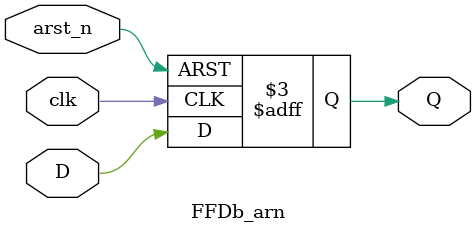
<source format=v>
/* * * * * * * * * * * * * * * * * * * * * * * * * * * * * * * * * * * * * * * 
 * Module: Flip-flop D                                                       * 
 * Verilog style: Behavioral                                                 * 
 * Reset: asynchronous (active-low)                                          * 
 * Author: Ricardo Menotti <menotti AT ufscar DOT br>                        * 
 * * * * * * * * * * * * * * * * * * * * * * * * * * * * * * * * * * * * * * */

module FFDb_arn(
    input clk, arst_n, D,
    output reg Q);

    always@(posedge clk or negedge arst_n)
        if (!arst_n)
            Q = 'b0;
        else
            Q = D;
endmodule

</source>
